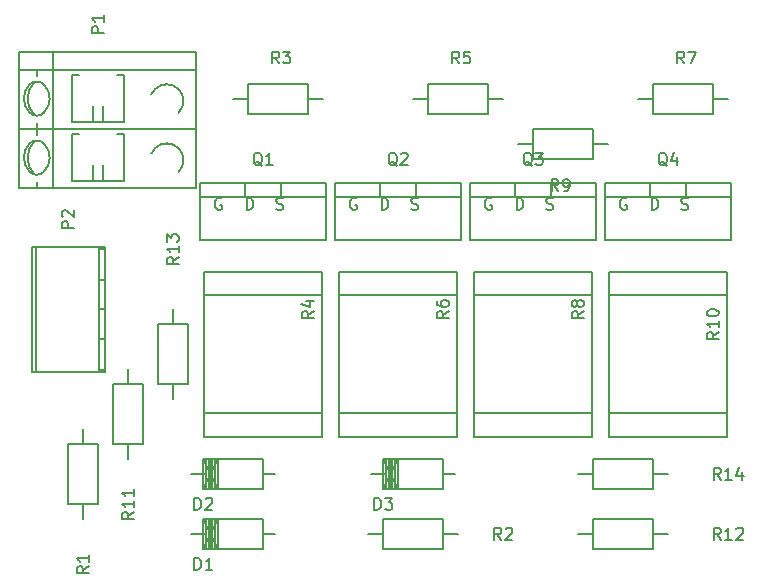
<source format=gto>
G04 #@! TF.FileFunction,Legend,Top*
%FSLAX46Y46*%
G04 Gerber Fmt 4.6, Leading zero omitted, Abs format (unit mm)*
G04 Created by KiCad (PCBNEW 4.0.2-stable) date 01.06.2016 19:19:13*
%MOMM*%
G01*
G04 APERTURE LIST*
%ADD10C,0.100000*%
%ADD11C,0.150000*%
G04 APERTURE END LIST*
D10*
D11*
X184150000Y-91437460D02*
X185166000Y-91437460D01*
X179324000Y-91437460D02*
X178054000Y-91437460D01*
X179578000Y-90167460D02*
X179578000Y-92707460D01*
X179832000Y-90167460D02*
X179832000Y-92707460D01*
X180086000Y-90167460D02*
X180086000Y-92707460D01*
X179324000Y-90167460D02*
X179324000Y-92707460D01*
X180340000Y-90167460D02*
X179070000Y-92707460D01*
X179070000Y-90167460D02*
X180340000Y-92707460D01*
X180340000Y-90167460D02*
X180340000Y-92707460D01*
X179705000Y-90167460D02*
X179705000Y-92707460D01*
X179070000Y-92707460D02*
X179070000Y-90167460D01*
X179070000Y-90167460D02*
X184150000Y-90167460D01*
X184150000Y-90167460D02*
X184150000Y-92707460D01*
X184150000Y-92707460D02*
X179070000Y-92707460D01*
X168910000Y-96520000D02*
X169926000Y-96520000D01*
X164084000Y-96520000D02*
X162814000Y-96520000D01*
X164338000Y-97790000D02*
X164338000Y-95250000D01*
X164592000Y-97790000D02*
X164592000Y-95250000D01*
X164846000Y-97790000D02*
X164846000Y-95250000D01*
X164084000Y-97790000D02*
X164084000Y-95250000D01*
X165100000Y-97790000D02*
X163830000Y-95250000D01*
X163830000Y-97790000D02*
X165100000Y-95250000D01*
X165100000Y-97790000D02*
X165100000Y-95250000D01*
X164465000Y-97790000D02*
X164465000Y-95250000D01*
X163830000Y-95250000D02*
X163830000Y-97790000D01*
X163830000Y-97790000D02*
X168910000Y-97790000D01*
X168910000Y-97790000D02*
X168910000Y-95250000D01*
X168910000Y-95250000D02*
X163830000Y-95250000D01*
X151140000Y-62170000D02*
X151140000Y-67170000D01*
X163240720Y-67169040D02*
X163240720Y-62170320D01*
X148239480Y-67169040D02*
X148239480Y-62170320D01*
X163240720Y-67169040D02*
X148239480Y-67169040D01*
X149740620Y-62170320D02*
X149740620Y-62670700D01*
X149740620Y-67169040D02*
X149740620Y-66671200D01*
X152740360Y-62619900D02*
X153339800Y-62619900D01*
X152740360Y-66620400D02*
X152740360Y-62619900D01*
X157139640Y-66620400D02*
X152740360Y-66620400D01*
X157139640Y-62619900D02*
X157139640Y-66620400D01*
X157139640Y-62619900D02*
X156540200Y-62619900D01*
X155338780Y-66620400D02*
X155338780Y-65220860D01*
X154541220Y-66620400D02*
X154541220Y-65220860D01*
X161739580Y-65820300D02*
G75*
G03X161739580Y-63818780I-1000760J1000760D01*
G01*
X161739580Y-63821320D02*
G75*
G03X159740600Y-63818780I-1000760J-998220D01*
G01*
X150337520Y-65817760D02*
G75*
G03X150337520Y-63420000I-1198880J1198880D01*
G01*
X149138640Y-63420000D02*
G75*
G03X149141180Y-65820300I1201420J-1198880D01*
G01*
X150340060Y-63420000D02*
G75*
G03X149141180Y-63420000I-599440J-599440D01*
G01*
X149138640Y-65820300D02*
G75*
G03X150340060Y-65822840I601980J599440D01*
G01*
X149537420Y-63219340D02*
G75*
G03X149539960Y-66020960I1402080J-1399540D01*
G01*
X161287460Y-63521600D02*
G75*
G03X159440880Y-64270900I-548640J-1297940D01*
G01*
X151140000Y-62170000D02*
X151140000Y-55670000D01*
X148240000Y-57170000D02*
X148240000Y-55670000D01*
X148240000Y-55670000D02*
X163240000Y-55670000D01*
X163240000Y-55670000D02*
X163240000Y-57170000D01*
X161287460Y-58521600D02*
G75*
G03X159440880Y-59270900I-548640J-1297940D01*
G01*
X149537420Y-58219340D02*
G75*
G03X149539960Y-61020960I1402080J-1399540D01*
G01*
X149138640Y-60820300D02*
G75*
G03X150340060Y-60822840I601980J599440D01*
G01*
X150340060Y-58420000D02*
G75*
G03X149141180Y-58420000I-599440J-599440D01*
G01*
X149138640Y-58420000D02*
G75*
G03X149141180Y-60820300I1201420J-1198880D01*
G01*
X150337520Y-60817760D02*
G75*
G03X150337520Y-58420000I-1198880J1198880D01*
G01*
X161739580Y-58821320D02*
G75*
G03X159740600Y-58818780I-1000760J-998220D01*
G01*
X161739580Y-60820300D02*
G75*
G03X161739580Y-58818780I-1000760J1000760D01*
G01*
X154541220Y-61620400D02*
X154541220Y-60220860D01*
X155338780Y-61620400D02*
X155338780Y-60220860D01*
X157139640Y-57619900D02*
X156540200Y-57619900D01*
X157139640Y-57619900D02*
X157139640Y-61620400D01*
X157139640Y-61620400D02*
X152740360Y-61620400D01*
X152740360Y-61620400D02*
X152740360Y-57619900D01*
X152740360Y-57619900D02*
X153339800Y-57619900D01*
X149740620Y-62169040D02*
X149740620Y-61671200D01*
X149740620Y-57170320D02*
X149740620Y-57670700D01*
X163240720Y-62169040D02*
X148239480Y-62169040D01*
X148239480Y-62169040D02*
X148239480Y-57170320D01*
X148239480Y-57170320D02*
X163240720Y-57170320D01*
X163240720Y-62169040D02*
X163240720Y-57170320D01*
X167386000Y-66802000D02*
X167386000Y-67945000D01*
X170434000Y-66802000D02*
X170434000Y-67945000D01*
X174244000Y-67945000D02*
X174244000Y-71628000D01*
X174244000Y-71628000D02*
X163576000Y-71628000D01*
X163576000Y-71628000D02*
X163576000Y-67945000D01*
X174244000Y-66802000D02*
X174244000Y-67945000D01*
X174244000Y-67945000D02*
X163576000Y-67945000D01*
X163576000Y-67945000D02*
X163576000Y-66802000D01*
X168910000Y-66802000D02*
X163576000Y-66802000D01*
X168910000Y-66802000D02*
X174244000Y-66802000D01*
X178816000Y-66802000D02*
X178816000Y-67945000D01*
X181864000Y-66802000D02*
X181864000Y-67945000D01*
X185674000Y-67945000D02*
X185674000Y-71628000D01*
X185674000Y-71628000D02*
X175006000Y-71628000D01*
X175006000Y-71628000D02*
X175006000Y-67945000D01*
X185674000Y-66802000D02*
X185674000Y-67945000D01*
X185674000Y-67945000D02*
X175006000Y-67945000D01*
X175006000Y-67945000D02*
X175006000Y-66802000D01*
X180340000Y-66802000D02*
X175006000Y-66802000D01*
X180340000Y-66802000D02*
X185674000Y-66802000D01*
X190246000Y-66802000D02*
X190246000Y-67945000D01*
X193294000Y-66802000D02*
X193294000Y-67945000D01*
X197104000Y-67945000D02*
X197104000Y-71628000D01*
X197104000Y-71628000D02*
X186436000Y-71628000D01*
X186436000Y-71628000D02*
X186436000Y-67945000D01*
X197104000Y-66802000D02*
X197104000Y-67945000D01*
X197104000Y-67945000D02*
X186436000Y-67945000D01*
X186436000Y-67945000D02*
X186436000Y-66802000D01*
X191770000Y-66802000D02*
X186436000Y-66802000D01*
X191770000Y-66802000D02*
X197104000Y-66802000D01*
X201676000Y-66802000D02*
X201676000Y-67945000D01*
X204724000Y-66802000D02*
X204724000Y-67945000D01*
X208534000Y-67945000D02*
X208534000Y-71628000D01*
X208534000Y-71628000D02*
X197866000Y-71628000D01*
X197866000Y-71628000D02*
X197866000Y-67945000D01*
X208534000Y-66802000D02*
X208534000Y-67945000D01*
X208534000Y-67945000D02*
X197866000Y-67945000D01*
X197866000Y-67945000D02*
X197866000Y-66802000D01*
X203200000Y-66802000D02*
X197866000Y-66802000D01*
X203200000Y-66802000D02*
X208534000Y-66802000D01*
X163908740Y-86281260D02*
X173911260Y-86281260D01*
X163908740Y-76278740D02*
X173911260Y-76278740D01*
X163908740Y-74279760D02*
X163908740Y-88280240D01*
X163908740Y-88280240D02*
X173911260Y-88280240D01*
X173911260Y-88280240D02*
X173911260Y-74279760D01*
X173911260Y-74279760D02*
X163908740Y-74279760D01*
X175338740Y-86281260D02*
X185341260Y-86281260D01*
X175338740Y-76278740D02*
X185341260Y-76278740D01*
X175338740Y-74279760D02*
X175338740Y-88280240D01*
X175338740Y-88280240D02*
X185341260Y-88280240D01*
X185341260Y-88280240D02*
X185341260Y-74279760D01*
X185341260Y-74279760D02*
X175338740Y-74279760D01*
X186768740Y-86281260D02*
X196771260Y-86281260D01*
X186768740Y-76278740D02*
X196771260Y-76278740D01*
X186768740Y-74279760D02*
X186768740Y-88280240D01*
X186768740Y-88280240D02*
X196771260Y-88280240D01*
X196771260Y-88280240D02*
X196771260Y-74279760D01*
X196771260Y-74279760D02*
X186768740Y-74279760D01*
X198198740Y-86281260D02*
X208201260Y-86281260D01*
X198198740Y-76278740D02*
X208201260Y-76278740D01*
X198198740Y-74279760D02*
X198198740Y-88280240D01*
X198198740Y-88280240D02*
X208201260Y-88280240D01*
X208201260Y-88280240D02*
X208201260Y-74279760D01*
X208201260Y-74279760D02*
X198198740Y-74279760D01*
X168910000Y-91437460D02*
X169926000Y-91437460D01*
X164084000Y-91437460D02*
X162814000Y-91437460D01*
X164338000Y-90167460D02*
X164338000Y-92707460D01*
X164592000Y-90167460D02*
X164592000Y-92707460D01*
X164846000Y-90167460D02*
X164846000Y-92707460D01*
X164084000Y-90167460D02*
X164084000Y-92707460D01*
X165100000Y-90167460D02*
X163830000Y-92707460D01*
X163830000Y-90167460D02*
X165100000Y-92707460D01*
X165100000Y-90167460D02*
X165100000Y-92707460D01*
X164465000Y-90167460D02*
X164465000Y-92707460D01*
X163830000Y-92707460D02*
X163830000Y-90167460D01*
X163830000Y-90167460D02*
X168910000Y-90167460D01*
X168910000Y-90167460D02*
X168910000Y-92707460D01*
X168910000Y-92707460D02*
X163830000Y-92707460D01*
X149301200Y-72169020D02*
X149301200Y-82770980D01*
X149699980Y-82770980D02*
X149699980Y-72169020D01*
X155000960Y-82770980D02*
X155000960Y-72169020D01*
X155498800Y-72169020D02*
X155498800Y-82770980D01*
X155000960Y-74973180D02*
X155498800Y-74973180D01*
X155000960Y-77470000D02*
X155498800Y-77470000D01*
X155498800Y-82567780D02*
X155000960Y-82567780D01*
X155000960Y-72369680D02*
X155498800Y-72369680D01*
X155498800Y-79966820D02*
X155000960Y-79966820D01*
X155498800Y-72171560D02*
X149301200Y-72171560D01*
X149301200Y-82765900D02*
X155498800Y-82765900D01*
X154940000Y-88900000D02*
X154940000Y-93980000D01*
X154940000Y-93980000D02*
X152400000Y-93980000D01*
X152400000Y-93980000D02*
X152400000Y-88900000D01*
X152400000Y-88900000D02*
X154940000Y-88900000D01*
X153670000Y-88900000D02*
X153670000Y-87630000D01*
X153670000Y-93980000D02*
X153670000Y-95250000D01*
X179070000Y-95250000D02*
X184150000Y-95250000D01*
X184150000Y-95250000D02*
X184150000Y-97790000D01*
X184150000Y-97790000D02*
X179070000Y-97790000D01*
X179070000Y-97790000D02*
X179070000Y-95250000D01*
X179070000Y-96520000D02*
X177800000Y-96520000D01*
X184150000Y-96520000D02*
X185420000Y-96520000D01*
X167640000Y-58420000D02*
X172720000Y-58420000D01*
X172720000Y-58420000D02*
X172720000Y-60960000D01*
X172720000Y-60960000D02*
X167640000Y-60960000D01*
X167640000Y-60960000D02*
X167640000Y-58420000D01*
X167640000Y-59690000D02*
X166370000Y-59690000D01*
X172720000Y-59690000D02*
X173990000Y-59690000D01*
X182880000Y-58420000D02*
X187960000Y-58420000D01*
X187960000Y-58420000D02*
X187960000Y-60960000D01*
X187960000Y-60960000D02*
X182880000Y-60960000D01*
X182880000Y-60960000D02*
X182880000Y-58420000D01*
X182880000Y-59690000D02*
X181610000Y-59690000D01*
X187960000Y-59690000D02*
X189230000Y-59690000D01*
X201930000Y-58420000D02*
X207010000Y-58420000D01*
X207010000Y-58420000D02*
X207010000Y-60960000D01*
X207010000Y-60960000D02*
X201930000Y-60960000D01*
X201930000Y-60960000D02*
X201930000Y-58420000D01*
X201930000Y-59690000D02*
X200660000Y-59690000D01*
X207010000Y-59690000D02*
X208280000Y-59690000D01*
X196850000Y-64770000D02*
X191770000Y-64770000D01*
X191770000Y-64770000D02*
X191770000Y-62230000D01*
X191770000Y-62230000D02*
X196850000Y-62230000D01*
X196850000Y-62230000D02*
X196850000Y-64770000D01*
X196850000Y-63500000D02*
X198120000Y-63500000D01*
X191770000Y-63500000D02*
X190500000Y-63500000D01*
X158750000Y-83820000D02*
X158750000Y-88900000D01*
X158750000Y-88900000D02*
X156210000Y-88900000D01*
X156210000Y-88900000D02*
X156210000Y-83820000D01*
X156210000Y-83820000D02*
X158750000Y-83820000D01*
X157480000Y-83820000D02*
X157480000Y-82550000D01*
X157480000Y-88900000D02*
X157480000Y-90170000D01*
X201930000Y-97790000D02*
X196850000Y-97790000D01*
X196850000Y-97790000D02*
X196850000Y-95250000D01*
X196850000Y-95250000D02*
X201930000Y-95250000D01*
X201930000Y-95250000D02*
X201930000Y-97790000D01*
X201930000Y-96520000D02*
X203200000Y-96520000D01*
X196850000Y-96520000D02*
X195580000Y-96520000D01*
X162560000Y-78740000D02*
X162560000Y-83820000D01*
X162560000Y-83820000D02*
X160020000Y-83820000D01*
X160020000Y-83820000D02*
X160020000Y-78740000D01*
X160020000Y-78740000D02*
X162560000Y-78740000D01*
X161290000Y-78740000D02*
X161290000Y-77470000D01*
X161290000Y-83820000D02*
X161290000Y-85090000D01*
X201930000Y-92710000D02*
X196850000Y-92710000D01*
X196850000Y-92710000D02*
X196850000Y-90170000D01*
X196850000Y-90170000D02*
X201930000Y-90170000D01*
X201930000Y-90170000D02*
X201930000Y-92710000D01*
X201930000Y-91440000D02*
X203200000Y-91440000D01*
X196850000Y-91440000D02*
X195580000Y-91440000D01*
X178331905Y-94432381D02*
X178331905Y-93432381D01*
X178570000Y-93432381D01*
X178712858Y-93480000D01*
X178808096Y-93575238D01*
X178855715Y-93670476D01*
X178903334Y-93860952D01*
X178903334Y-94003810D01*
X178855715Y-94194286D01*
X178808096Y-94289524D01*
X178712858Y-94384762D01*
X178570000Y-94432381D01*
X178331905Y-94432381D01*
X179236667Y-93432381D02*
X179855715Y-93432381D01*
X179522381Y-93813333D01*
X179665239Y-93813333D01*
X179760477Y-93860952D01*
X179808096Y-93908571D01*
X179855715Y-94003810D01*
X179855715Y-94241905D01*
X179808096Y-94337143D01*
X179760477Y-94384762D01*
X179665239Y-94432381D01*
X179379524Y-94432381D01*
X179284286Y-94384762D01*
X179236667Y-94337143D01*
X163091905Y-99512381D02*
X163091905Y-98512381D01*
X163330000Y-98512381D01*
X163472858Y-98560000D01*
X163568096Y-98655238D01*
X163615715Y-98750476D01*
X163663334Y-98940952D01*
X163663334Y-99083810D01*
X163615715Y-99274286D01*
X163568096Y-99369524D01*
X163472858Y-99464762D01*
X163330000Y-99512381D01*
X163091905Y-99512381D01*
X164615715Y-99512381D02*
X164044286Y-99512381D01*
X164330000Y-99512381D02*
X164330000Y-98512381D01*
X164234762Y-98655238D01*
X164139524Y-98750476D01*
X164044286Y-98798095D01*
X155392381Y-54078095D02*
X154392381Y-54078095D01*
X154392381Y-53697142D01*
X154440000Y-53601904D01*
X154487619Y-53554285D01*
X154582857Y-53506666D01*
X154725714Y-53506666D01*
X154820952Y-53554285D01*
X154868571Y-53601904D01*
X154916190Y-53697142D01*
X154916190Y-54078095D01*
X155392381Y-52554285D02*
X155392381Y-53125714D01*
X155392381Y-52840000D02*
X154392381Y-52840000D01*
X154535238Y-52935238D01*
X154630476Y-53030476D01*
X154678095Y-53125714D01*
X168814762Y-65317619D02*
X168719524Y-65270000D01*
X168624286Y-65174762D01*
X168481429Y-65031905D01*
X168386190Y-64984286D01*
X168290952Y-64984286D01*
X168338571Y-65222381D02*
X168243333Y-65174762D01*
X168148095Y-65079524D01*
X168100476Y-64889048D01*
X168100476Y-64555714D01*
X168148095Y-64365238D01*
X168243333Y-64270000D01*
X168338571Y-64222381D01*
X168529048Y-64222381D01*
X168624286Y-64270000D01*
X168719524Y-64365238D01*
X168767143Y-64555714D01*
X168767143Y-64889048D01*
X168719524Y-65079524D01*
X168624286Y-65174762D01*
X168529048Y-65222381D01*
X168338571Y-65222381D01*
X169719524Y-65222381D02*
X169148095Y-65222381D01*
X169433809Y-65222381D02*
X169433809Y-64222381D01*
X169338571Y-64365238D01*
X169243333Y-64460476D01*
X169148095Y-64508095D01*
X170021286Y-68984762D02*
X170164143Y-69032381D01*
X170402239Y-69032381D01*
X170497477Y-68984762D01*
X170545096Y-68937143D01*
X170592715Y-68841905D01*
X170592715Y-68746667D01*
X170545096Y-68651429D01*
X170497477Y-68603810D01*
X170402239Y-68556190D01*
X170211762Y-68508571D01*
X170116524Y-68460952D01*
X170068905Y-68413333D01*
X170021286Y-68318095D01*
X170021286Y-68222857D01*
X170068905Y-68127619D01*
X170116524Y-68080000D01*
X170211762Y-68032381D01*
X170449858Y-68032381D01*
X170592715Y-68080000D01*
X167505095Y-69032381D02*
X167505095Y-68032381D01*
X167743190Y-68032381D01*
X167886048Y-68080000D01*
X167981286Y-68175238D01*
X168028905Y-68270476D01*
X168076524Y-68460952D01*
X168076524Y-68603810D01*
X168028905Y-68794286D01*
X167981286Y-68889524D01*
X167886048Y-68984762D01*
X167743190Y-69032381D01*
X167505095Y-69032381D01*
X165361905Y-68080000D02*
X165266667Y-68032381D01*
X165123810Y-68032381D01*
X164980952Y-68080000D01*
X164885714Y-68175238D01*
X164838095Y-68270476D01*
X164790476Y-68460952D01*
X164790476Y-68603810D01*
X164838095Y-68794286D01*
X164885714Y-68889524D01*
X164980952Y-68984762D01*
X165123810Y-69032381D01*
X165219048Y-69032381D01*
X165361905Y-68984762D01*
X165409524Y-68937143D01*
X165409524Y-68603810D01*
X165219048Y-68603810D01*
X180244762Y-65317619D02*
X180149524Y-65270000D01*
X180054286Y-65174762D01*
X179911429Y-65031905D01*
X179816190Y-64984286D01*
X179720952Y-64984286D01*
X179768571Y-65222381D02*
X179673333Y-65174762D01*
X179578095Y-65079524D01*
X179530476Y-64889048D01*
X179530476Y-64555714D01*
X179578095Y-64365238D01*
X179673333Y-64270000D01*
X179768571Y-64222381D01*
X179959048Y-64222381D01*
X180054286Y-64270000D01*
X180149524Y-64365238D01*
X180197143Y-64555714D01*
X180197143Y-64889048D01*
X180149524Y-65079524D01*
X180054286Y-65174762D01*
X179959048Y-65222381D01*
X179768571Y-65222381D01*
X180578095Y-64317619D02*
X180625714Y-64270000D01*
X180720952Y-64222381D01*
X180959048Y-64222381D01*
X181054286Y-64270000D01*
X181101905Y-64317619D01*
X181149524Y-64412857D01*
X181149524Y-64508095D01*
X181101905Y-64650952D01*
X180530476Y-65222381D01*
X181149524Y-65222381D01*
X181451286Y-68984762D02*
X181594143Y-69032381D01*
X181832239Y-69032381D01*
X181927477Y-68984762D01*
X181975096Y-68937143D01*
X182022715Y-68841905D01*
X182022715Y-68746667D01*
X181975096Y-68651429D01*
X181927477Y-68603810D01*
X181832239Y-68556190D01*
X181641762Y-68508571D01*
X181546524Y-68460952D01*
X181498905Y-68413333D01*
X181451286Y-68318095D01*
X181451286Y-68222857D01*
X181498905Y-68127619D01*
X181546524Y-68080000D01*
X181641762Y-68032381D01*
X181879858Y-68032381D01*
X182022715Y-68080000D01*
X178935095Y-69032381D02*
X178935095Y-68032381D01*
X179173190Y-68032381D01*
X179316048Y-68080000D01*
X179411286Y-68175238D01*
X179458905Y-68270476D01*
X179506524Y-68460952D01*
X179506524Y-68603810D01*
X179458905Y-68794286D01*
X179411286Y-68889524D01*
X179316048Y-68984762D01*
X179173190Y-69032381D01*
X178935095Y-69032381D01*
X176791905Y-68080000D02*
X176696667Y-68032381D01*
X176553810Y-68032381D01*
X176410952Y-68080000D01*
X176315714Y-68175238D01*
X176268095Y-68270476D01*
X176220476Y-68460952D01*
X176220476Y-68603810D01*
X176268095Y-68794286D01*
X176315714Y-68889524D01*
X176410952Y-68984762D01*
X176553810Y-69032381D01*
X176649048Y-69032381D01*
X176791905Y-68984762D01*
X176839524Y-68937143D01*
X176839524Y-68603810D01*
X176649048Y-68603810D01*
X191674762Y-65317619D02*
X191579524Y-65270000D01*
X191484286Y-65174762D01*
X191341429Y-65031905D01*
X191246190Y-64984286D01*
X191150952Y-64984286D01*
X191198571Y-65222381D02*
X191103333Y-65174762D01*
X191008095Y-65079524D01*
X190960476Y-64889048D01*
X190960476Y-64555714D01*
X191008095Y-64365238D01*
X191103333Y-64270000D01*
X191198571Y-64222381D01*
X191389048Y-64222381D01*
X191484286Y-64270000D01*
X191579524Y-64365238D01*
X191627143Y-64555714D01*
X191627143Y-64889048D01*
X191579524Y-65079524D01*
X191484286Y-65174762D01*
X191389048Y-65222381D01*
X191198571Y-65222381D01*
X191960476Y-64222381D02*
X192579524Y-64222381D01*
X192246190Y-64603333D01*
X192389048Y-64603333D01*
X192484286Y-64650952D01*
X192531905Y-64698571D01*
X192579524Y-64793810D01*
X192579524Y-65031905D01*
X192531905Y-65127143D01*
X192484286Y-65174762D01*
X192389048Y-65222381D01*
X192103333Y-65222381D01*
X192008095Y-65174762D01*
X191960476Y-65127143D01*
X192881286Y-68984762D02*
X193024143Y-69032381D01*
X193262239Y-69032381D01*
X193357477Y-68984762D01*
X193405096Y-68937143D01*
X193452715Y-68841905D01*
X193452715Y-68746667D01*
X193405096Y-68651429D01*
X193357477Y-68603810D01*
X193262239Y-68556190D01*
X193071762Y-68508571D01*
X192976524Y-68460952D01*
X192928905Y-68413333D01*
X192881286Y-68318095D01*
X192881286Y-68222857D01*
X192928905Y-68127619D01*
X192976524Y-68080000D01*
X193071762Y-68032381D01*
X193309858Y-68032381D01*
X193452715Y-68080000D01*
X190365095Y-69032381D02*
X190365095Y-68032381D01*
X190603190Y-68032381D01*
X190746048Y-68080000D01*
X190841286Y-68175238D01*
X190888905Y-68270476D01*
X190936524Y-68460952D01*
X190936524Y-68603810D01*
X190888905Y-68794286D01*
X190841286Y-68889524D01*
X190746048Y-68984762D01*
X190603190Y-69032381D01*
X190365095Y-69032381D01*
X188221905Y-68080000D02*
X188126667Y-68032381D01*
X187983810Y-68032381D01*
X187840952Y-68080000D01*
X187745714Y-68175238D01*
X187698095Y-68270476D01*
X187650476Y-68460952D01*
X187650476Y-68603810D01*
X187698095Y-68794286D01*
X187745714Y-68889524D01*
X187840952Y-68984762D01*
X187983810Y-69032381D01*
X188079048Y-69032381D01*
X188221905Y-68984762D01*
X188269524Y-68937143D01*
X188269524Y-68603810D01*
X188079048Y-68603810D01*
X203104762Y-65317619D02*
X203009524Y-65270000D01*
X202914286Y-65174762D01*
X202771429Y-65031905D01*
X202676190Y-64984286D01*
X202580952Y-64984286D01*
X202628571Y-65222381D02*
X202533333Y-65174762D01*
X202438095Y-65079524D01*
X202390476Y-64889048D01*
X202390476Y-64555714D01*
X202438095Y-64365238D01*
X202533333Y-64270000D01*
X202628571Y-64222381D01*
X202819048Y-64222381D01*
X202914286Y-64270000D01*
X203009524Y-64365238D01*
X203057143Y-64555714D01*
X203057143Y-64889048D01*
X203009524Y-65079524D01*
X202914286Y-65174762D01*
X202819048Y-65222381D01*
X202628571Y-65222381D01*
X203914286Y-64555714D02*
X203914286Y-65222381D01*
X203676190Y-64174762D02*
X203438095Y-64889048D01*
X204057143Y-64889048D01*
X204311286Y-68984762D02*
X204454143Y-69032381D01*
X204692239Y-69032381D01*
X204787477Y-68984762D01*
X204835096Y-68937143D01*
X204882715Y-68841905D01*
X204882715Y-68746667D01*
X204835096Y-68651429D01*
X204787477Y-68603810D01*
X204692239Y-68556190D01*
X204501762Y-68508571D01*
X204406524Y-68460952D01*
X204358905Y-68413333D01*
X204311286Y-68318095D01*
X204311286Y-68222857D01*
X204358905Y-68127619D01*
X204406524Y-68080000D01*
X204501762Y-68032381D01*
X204739858Y-68032381D01*
X204882715Y-68080000D01*
X201795095Y-69032381D02*
X201795095Y-68032381D01*
X202033190Y-68032381D01*
X202176048Y-68080000D01*
X202271286Y-68175238D01*
X202318905Y-68270476D01*
X202366524Y-68460952D01*
X202366524Y-68603810D01*
X202318905Y-68794286D01*
X202271286Y-68889524D01*
X202176048Y-68984762D01*
X202033190Y-69032381D01*
X201795095Y-69032381D01*
X199651905Y-68080000D02*
X199556667Y-68032381D01*
X199413810Y-68032381D01*
X199270952Y-68080000D01*
X199175714Y-68175238D01*
X199128095Y-68270476D01*
X199080476Y-68460952D01*
X199080476Y-68603810D01*
X199128095Y-68794286D01*
X199175714Y-68889524D01*
X199270952Y-68984762D01*
X199413810Y-69032381D01*
X199509048Y-69032381D01*
X199651905Y-68984762D01*
X199699524Y-68937143D01*
X199699524Y-68603810D01*
X199509048Y-68603810D01*
X173172381Y-77636666D02*
X172696190Y-77970000D01*
X173172381Y-78208095D02*
X172172381Y-78208095D01*
X172172381Y-77827142D01*
X172220000Y-77731904D01*
X172267619Y-77684285D01*
X172362857Y-77636666D01*
X172505714Y-77636666D01*
X172600952Y-77684285D01*
X172648571Y-77731904D01*
X172696190Y-77827142D01*
X172696190Y-78208095D01*
X172505714Y-76779523D02*
X173172381Y-76779523D01*
X172124762Y-77017619D02*
X172839048Y-77255714D01*
X172839048Y-76636666D01*
X184602381Y-77636666D02*
X184126190Y-77970000D01*
X184602381Y-78208095D02*
X183602381Y-78208095D01*
X183602381Y-77827142D01*
X183650000Y-77731904D01*
X183697619Y-77684285D01*
X183792857Y-77636666D01*
X183935714Y-77636666D01*
X184030952Y-77684285D01*
X184078571Y-77731904D01*
X184126190Y-77827142D01*
X184126190Y-78208095D01*
X183602381Y-76779523D02*
X183602381Y-76970000D01*
X183650000Y-77065238D01*
X183697619Y-77112857D01*
X183840476Y-77208095D01*
X184030952Y-77255714D01*
X184411905Y-77255714D01*
X184507143Y-77208095D01*
X184554762Y-77160476D01*
X184602381Y-77065238D01*
X184602381Y-76874761D01*
X184554762Y-76779523D01*
X184507143Y-76731904D01*
X184411905Y-76684285D01*
X184173810Y-76684285D01*
X184078571Y-76731904D01*
X184030952Y-76779523D01*
X183983333Y-76874761D01*
X183983333Y-77065238D01*
X184030952Y-77160476D01*
X184078571Y-77208095D01*
X184173810Y-77255714D01*
X196032381Y-77636666D02*
X195556190Y-77970000D01*
X196032381Y-78208095D02*
X195032381Y-78208095D01*
X195032381Y-77827142D01*
X195080000Y-77731904D01*
X195127619Y-77684285D01*
X195222857Y-77636666D01*
X195365714Y-77636666D01*
X195460952Y-77684285D01*
X195508571Y-77731904D01*
X195556190Y-77827142D01*
X195556190Y-78208095D01*
X195460952Y-77065238D02*
X195413333Y-77160476D01*
X195365714Y-77208095D01*
X195270476Y-77255714D01*
X195222857Y-77255714D01*
X195127619Y-77208095D01*
X195080000Y-77160476D01*
X195032381Y-77065238D01*
X195032381Y-76874761D01*
X195080000Y-76779523D01*
X195127619Y-76731904D01*
X195222857Y-76684285D01*
X195270476Y-76684285D01*
X195365714Y-76731904D01*
X195413333Y-76779523D01*
X195460952Y-76874761D01*
X195460952Y-77065238D01*
X195508571Y-77160476D01*
X195556190Y-77208095D01*
X195651429Y-77255714D01*
X195841905Y-77255714D01*
X195937143Y-77208095D01*
X195984762Y-77160476D01*
X196032381Y-77065238D01*
X196032381Y-76874761D01*
X195984762Y-76779523D01*
X195937143Y-76731904D01*
X195841905Y-76684285D01*
X195651429Y-76684285D01*
X195556190Y-76731904D01*
X195508571Y-76779523D01*
X195460952Y-76874761D01*
X207462381Y-79382857D02*
X206986190Y-79716191D01*
X207462381Y-79954286D02*
X206462381Y-79954286D01*
X206462381Y-79573333D01*
X206510000Y-79478095D01*
X206557619Y-79430476D01*
X206652857Y-79382857D01*
X206795714Y-79382857D01*
X206890952Y-79430476D01*
X206938571Y-79478095D01*
X206986190Y-79573333D01*
X206986190Y-79954286D01*
X207462381Y-78430476D02*
X207462381Y-79001905D01*
X207462381Y-78716191D02*
X206462381Y-78716191D01*
X206605238Y-78811429D01*
X206700476Y-78906667D01*
X206748095Y-79001905D01*
X206462381Y-77811429D02*
X206462381Y-77716190D01*
X206510000Y-77620952D01*
X206557619Y-77573333D01*
X206652857Y-77525714D01*
X206843333Y-77478095D01*
X207081429Y-77478095D01*
X207271905Y-77525714D01*
X207367143Y-77573333D01*
X207414762Y-77620952D01*
X207462381Y-77716190D01*
X207462381Y-77811429D01*
X207414762Y-77906667D01*
X207367143Y-77954286D01*
X207271905Y-78001905D01*
X207081429Y-78049524D01*
X206843333Y-78049524D01*
X206652857Y-78001905D01*
X206557619Y-77954286D01*
X206510000Y-77906667D01*
X206462381Y-77811429D01*
X163091905Y-94432381D02*
X163091905Y-93432381D01*
X163330000Y-93432381D01*
X163472858Y-93480000D01*
X163568096Y-93575238D01*
X163615715Y-93670476D01*
X163663334Y-93860952D01*
X163663334Y-94003810D01*
X163615715Y-94194286D01*
X163568096Y-94289524D01*
X163472858Y-94384762D01*
X163330000Y-94432381D01*
X163091905Y-94432381D01*
X164044286Y-93527619D02*
X164091905Y-93480000D01*
X164187143Y-93432381D01*
X164425239Y-93432381D01*
X164520477Y-93480000D01*
X164568096Y-93527619D01*
X164615715Y-93622857D01*
X164615715Y-93718095D01*
X164568096Y-93860952D01*
X163996667Y-94432381D01*
X164615715Y-94432381D01*
X152852381Y-70588095D02*
X151852381Y-70588095D01*
X151852381Y-70207142D01*
X151900000Y-70111904D01*
X151947619Y-70064285D01*
X152042857Y-70016666D01*
X152185714Y-70016666D01*
X152280952Y-70064285D01*
X152328571Y-70111904D01*
X152376190Y-70207142D01*
X152376190Y-70588095D01*
X151947619Y-69635714D02*
X151900000Y-69588095D01*
X151852381Y-69492857D01*
X151852381Y-69254761D01*
X151900000Y-69159523D01*
X151947619Y-69111904D01*
X152042857Y-69064285D01*
X152138095Y-69064285D01*
X152280952Y-69111904D01*
X152852381Y-69683333D01*
X152852381Y-69064285D01*
X154122381Y-99226666D02*
X153646190Y-99560000D01*
X154122381Y-99798095D02*
X153122381Y-99798095D01*
X153122381Y-99417142D01*
X153170000Y-99321904D01*
X153217619Y-99274285D01*
X153312857Y-99226666D01*
X153455714Y-99226666D01*
X153550952Y-99274285D01*
X153598571Y-99321904D01*
X153646190Y-99417142D01*
X153646190Y-99798095D01*
X154122381Y-98274285D02*
X154122381Y-98845714D01*
X154122381Y-98560000D02*
X153122381Y-98560000D01*
X153265238Y-98655238D01*
X153360476Y-98750476D01*
X153408095Y-98845714D01*
X189063334Y-96972381D02*
X188730000Y-96496190D01*
X188491905Y-96972381D02*
X188491905Y-95972381D01*
X188872858Y-95972381D01*
X188968096Y-96020000D01*
X189015715Y-96067619D01*
X189063334Y-96162857D01*
X189063334Y-96305714D01*
X189015715Y-96400952D01*
X188968096Y-96448571D01*
X188872858Y-96496190D01*
X188491905Y-96496190D01*
X189444286Y-96067619D02*
X189491905Y-96020000D01*
X189587143Y-95972381D01*
X189825239Y-95972381D01*
X189920477Y-96020000D01*
X189968096Y-96067619D01*
X190015715Y-96162857D01*
X190015715Y-96258095D01*
X189968096Y-96400952D01*
X189396667Y-96972381D01*
X190015715Y-96972381D01*
X170262254Y-56642261D02*
X169928920Y-56166070D01*
X169690825Y-56642261D02*
X169690825Y-55642261D01*
X170071778Y-55642261D01*
X170167016Y-55689880D01*
X170214635Y-55737499D01*
X170262254Y-55832737D01*
X170262254Y-55975594D01*
X170214635Y-56070832D01*
X170167016Y-56118451D01*
X170071778Y-56166070D01*
X169690825Y-56166070D01*
X170595587Y-55642261D02*
X171214635Y-55642261D01*
X170881301Y-56023213D01*
X171024159Y-56023213D01*
X171119397Y-56070832D01*
X171167016Y-56118451D01*
X171214635Y-56213690D01*
X171214635Y-56451785D01*
X171167016Y-56547023D01*
X171119397Y-56594642D01*
X171024159Y-56642261D01*
X170738444Y-56642261D01*
X170643206Y-56594642D01*
X170595587Y-56547023D01*
X185502254Y-56642261D02*
X185168920Y-56166070D01*
X184930825Y-56642261D02*
X184930825Y-55642261D01*
X185311778Y-55642261D01*
X185407016Y-55689880D01*
X185454635Y-55737499D01*
X185502254Y-55832737D01*
X185502254Y-55975594D01*
X185454635Y-56070832D01*
X185407016Y-56118451D01*
X185311778Y-56166070D01*
X184930825Y-56166070D01*
X186407016Y-55642261D02*
X185930825Y-55642261D01*
X185883206Y-56118451D01*
X185930825Y-56070832D01*
X186026063Y-56023213D01*
X186264159Y-56023213D01*
X186359397Y-56070832D01*
X186407016Y-56118451D01*
X186454635Y-56213690D01*
X186454635Y-56451785D01*
X186407016Y-56547023D01*
X186359397Y-56594642D01*
X186264159Y-56642261D01*
X186026063Y-56642261D01*
X185930825Y-56594642D01*
X185883206Y-56547023D01*
X204552254Y-56642261D02*
X204218920Y-56166070D01*
X203980825Y-56642261D02*
X203980825Y-55642261D01*
X204361778Y-55642261D01*
X204457016Y-55689880D01*
X204504635Y-55737499D01*
X204552254Y-55832737D01*
X204552254Y-55975594D01*
X204504635Y-56070832D01*
X204457016Y-56118451D01*
X204361778Y-56166070D01*
X203980825Y-56166070D01*
X204885587Y-55642261D02*
X205552254Y-55642261D01*
X205123682Y-56642261D01*
X193894414Y-67452501D02*
X193561080Y-66976310D01*
X193322985Y-67452501D02*
X193322985Y-66452501D01*
X193703938Y-66452501D01*
X193799176Y-66500120D01*
X193846795Y-66547739D01*
X193894414Y-66642977D01*
X193894414Y-66785834D01*
X193846795Y-66881072D01*
X193799176Y-66928691D01*
X193703938Y-66976310D01*
X193322985Y-66976310D01*
X194370604Y-67452501D02*
X194561080Y-67452501D01*
X194656319Y-67404882D01*
X194703938Y-67357263D01*
X194799176Y-67214406D01*
X194846795Y-67023930D01*
X194846795Y-66642977D01*
X194799176Y-66547739D01*
X194751557Y-66500120D01*
X194656319Y-66452501D01*
X194465842Y-66452501D01*
X194370604Y-66500120D01*
X194322985Y-66547739D01*
X194275366Y-66642977D01*
X194275366Y-66881072D01*
X194322985Y-66976310D01*
X194370604Y-67023930D01*
X194465842Y-67071549D01*
X194656319Y-67071549D01*
X194751557Y-67023930D01*
X194799176Y-66976310D01*
X194846795Y-66881072D01*
X157932381Y-94622857D02*
X157456190Y-94956191D01*
X157932381Y-95194286D02*
X156932381Y-95194286D01*
X156932381Y-94813333D01*
X156980000Y-94718095D01*
X157027619Y-94670476D01*
X157122857Y-94622857D01*
X157265714Y-94622857D01*
X157360952Y-94670476D01*
X157408571Y-94718095D01*
X157456190Y-94813333D01*
X157456190Y-95194286D01*
X157932381Y-93670476D02*
X157932381Y-94241905D01*
X157932381Y-93956191D02*
X156932381Y-93956191D01*
X157075238Y-94051429D01*
X157170476Y-94146667D01*
X157218095Y-94241905D01*
X157932381Y-92718095D02*
X157932381Y-93289524D01*
X157932381Y-93003810D02*
X156932381Y-93003810D01*
X157075238Y-93099048D01*
X157170476Y-93194286D01*
X157218095Y-93289524D01*
X207637143Y-96972381D02*
X207303809Y-96496190D01*
X207065714Y-96972381D02*
X207065714Y-95972381D01*
X207446667Y-95972381D01*
X207541905Y-96020000D01*
X207589524Y-96067619D01*
X207637143Y-96162857D01*
X207637143Y-96305714D01*
X207589524Y-96400952D01*
X207541905Y-96448571D01*
X207446667Y-96496190D01*
X207065714Y-96496190D01*
X208589524Y-96972381D02*
X208018095Y-96972381D01*
X208303809Y-96972381D02*
X208303809Y-95972381D01*
X208208571Y-96115238D01*
X208113333Y-96210476D01*
X208018095Y-96258095D01*
X208970476Y-96067619D02*
X209018095Y-96020000D01*
X209113333Y-95972381D01*
X209351429Y-95972381D01*
X209446667Y-96020000D01*
X209494286Y-96067619D01*
X209541905Y-96162857D01*
X209541905Y-96258095D01*
X209494286Y-96400952D01*
X208922857Y-96972381D01*
X209541905Y-96972381D01*
X161742381Y-73032857D02*
X161266190Y-73366191D01*
X161742381Y-73604286D02*
X160742381Y-73604286D01*
X160742381Y-73223333D01*
X160790000Y-73128095D01*
X160837619Y-73080476D01*
X160932857Y-73032857D01*
X161075714Y-73032857D01*
X161170952Y-73080476D01*
X161218571Y-73128095D01*
X161266190Y-73223333D01*
X161266190Y-73604286D01*
X161742381Y-72080476D02*
X161742381Y-72651905D01*
X161742381Y-72366191D02*
X160742381Y-72366191D01*
X160885238Y-72461429D01*
X160980476Y-72556667D01*
X161028095Y-72651905D01*
X160742381Y-71747143D02*
X160742381Y-71128095D01*
X161123333Y-71461429D01*
X161123333Y-71318571D01*
X161170952Y-71223333D01*
X161218571Y-71175714D01*
X161313810Y-71128095D01*
X161551905Y-71128095D01*
X161647143Y-71175714D01*
X161694762Y-71223333D01*
X161742381Y-71318571D01*
X161742381Y-71604286D01*
X161694762Y-71699524D01*
X161647143Y-71747143D01*
X207637143Y-91892381D02*
X207303809Y-91416190D01*
X207065714Y-91892381D02*
X207065714Y-90892381D01*
X207446667Y-90892381D01*
X207541905Y-90940000D01*
X207589524Y-90987619D01*
X207637143Y-91082857D01*
X207637143Y-91225714D01*
X207589524Y-91320952D01*
X207541905Y-91368571D01*
X207446667Y-91416190D01*
X207065714Y-91416190D01*
X208589524Y-91892381D02*
X208018095Y-91892381D01*
X208303809Y-91892381D02*
X208303809Y-90892381D01*
X208208571Y-91035238D01*
X208113333Y-91130476D01*
X208018095Y-91178095D01*
X209446667Y-91225714D02*
X209446667Y-91892381D01*
X209208571Y-90844762D02*
X208970476Y-91559048D01*
X209589524Y-91559048D01*
M02*

</source>
